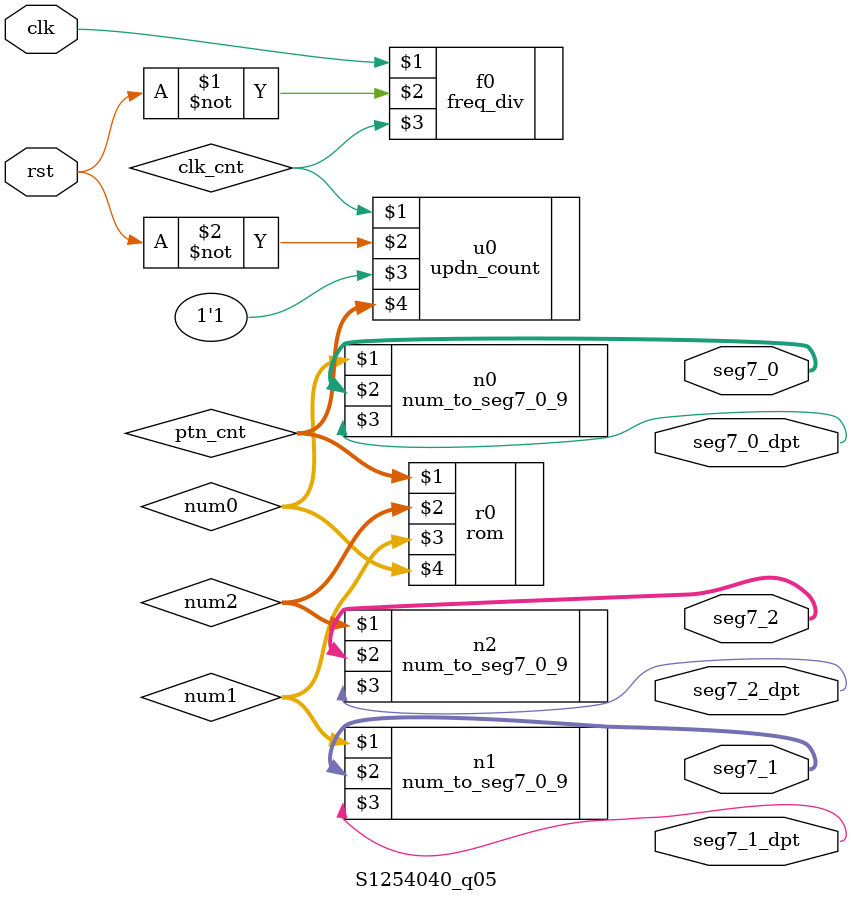
<source format=v>
module S1254040_q05 (
    clk, rst, seg7_2, seg7_2_dpt, 
    seg7_1, seg7_1_dpt, seg7_0, seg7_0_dpt);

    input clk, rst;
    output [6:0] seg7_0, seg7_1, seg7_2;
    output seg7_0_dpt, seg7_1_dpt, seg7_2_dpt;

    wire clk_cnt;
    freq_div #(25) f0(clk, ~rst, clk_cnt);

    wire [4:0] ptn_cnt;
    updn_count #(24) u0(clk_cnt, ~rst, 1'b1, ptn_cnt);

    wire [2:0] num2, num1, num0;
	rom r0(ptn_cnt, num2, num1, num0);
    
    num_to_seg7_0_9 n0(num0, seg7_0, seg7_0_dpt);
    num_to_seg7_0_9 n1(num1, seg7_1, seg7_1_dpt);
    num_to_seg7_0_9 n2(num2, seg7_2, seg7_2_dpt);
endmodule
</source>
